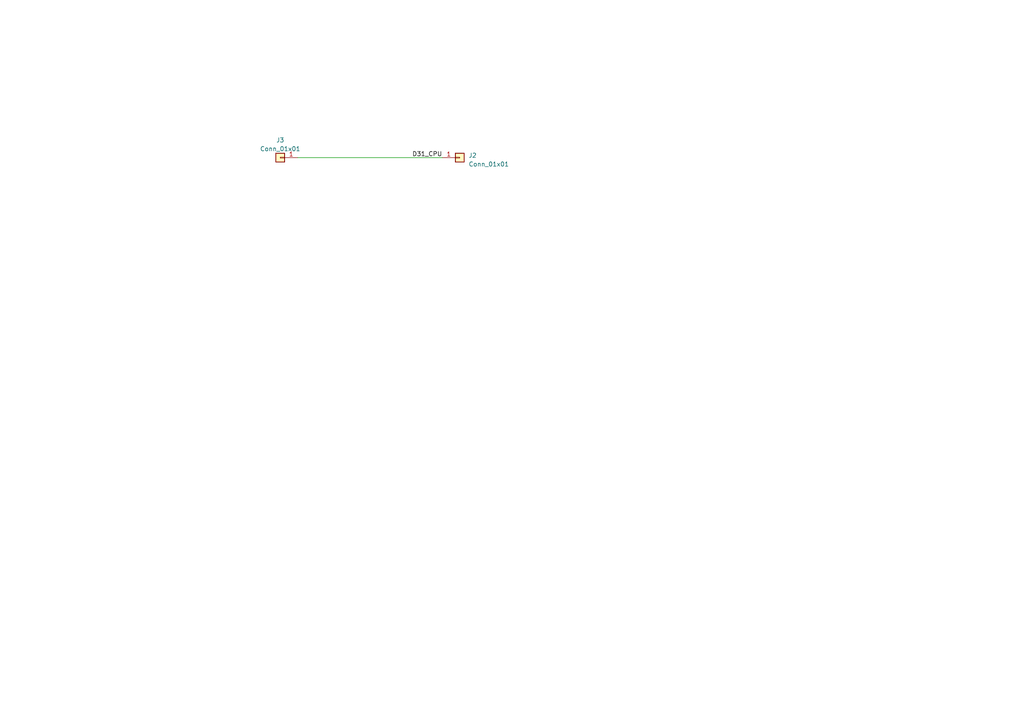
<source format=kicad_sch>
(kicad_sch (version 20221126) (generator eeschema)
  (paper "A4")
  (lib_symbols
    (symbol "Connector_Generic:Conn_01x01" (pin_names (offset 1.016) hide)
      (property "Reference" "J" (at 0 2.54 0))
      (property "Value" "Conn_01x01" (at 0 -2.54 0))
      (symbol "Conn_01x01_1_1"
        (rectangle (start -1.27 0.127) (end 0 -0.127) (stroke (width 0.1524)))
        (rectangle (start -1.27 1.27) (end 1.27 -1.27) (stroke (width 0.254)) (fill (type background)))
        (pin passive line (at -5.08 0 0) (length 3.81) (name "Pin_1") (number "1"))
      )
    )
  )
  (wire (pts (xy 86.36 45.72) (xy 128.27 45.72)))
  (label "D31_CPU" (at 128.27 45.72 180))
  (symbol (lib_id "Connector_Generic:Conn_01x01") (at 133.35 45.72 0) (unit 1)
    (property "Reference" "J2" (at 135.89 45.085 0) (effects (justify left)))
    (property "Value" "Conn_01x01" (at 135.89 47.625 0) (effects (justify left)))
    (property "Footprint" "xbox_footprint:test" (effects hide))
  )
  (symbol (lib_id "Connector_Generic:Conn_01x01") (at 81.28 45.72 180) (unit 1)
    (property "Reference" "J3" (at 81.28 40.64 0))
    (property "Value" "Conn_01x01" (at 81.28 43.18 0))
    (property "Footprint" "xbox_footprint:test" (effects hide))
  )
)
</source>
